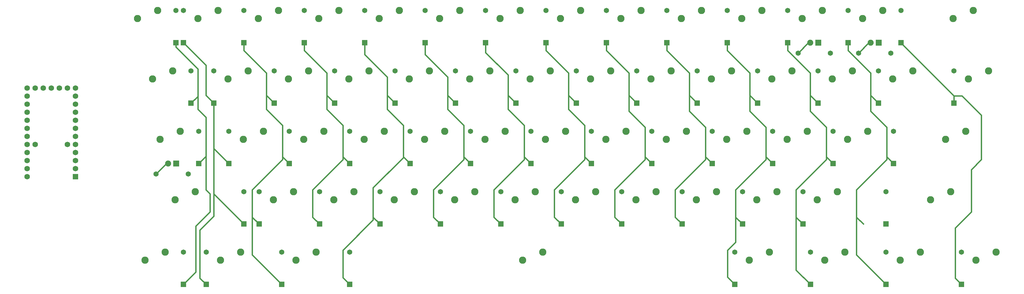
<source format=gbl>
G04 #@! TF.FileFunction,Copper,L2,Bot,Signal*
%FSLAX46Y46*%
G04 Gerber Fmt 4.6, Leading zero omitted, Abs format (unit mm)*
G04 Created by KiCad (PCBNEW 4.1.0-alpha+201607250105+6992~46~ubuntu16.04.1-product) date Thu Aug 25 14:36:27 2016*
%MOMM*%
%LPD*%
G01*
G04 APERTURE LIST*
%ADD10C,0.150000*%
%ADD11C,1.905000*%
%ADD12R,1.905000X1.905000*%
%ADD13C,1.651000*%
%ADD14C,2.286000*%
%ADD15R,1.752600X1.752600*%
%ADD16C,1.752600*%
%ADD17R,1.651000X1.651000*%
%ADD18C,0.457200*%
G04 APERTURE END LIST*
D10*
D11*
X259080000Y-55880000D03*
D12*
X261620000Y-55880000D03*
D11*
X56673750Y-93980000D03*
D12*
X59213750Y-93980000D03*
D11*
X278130000Y-55880000D03*
D12*
X280670000Y-55880000D03*
D13*
X255270000Y-59134375D03*
X265430000Y-59134375D03*
X52863750Y-97234375D03*
X63023750Y-97234375D03*
X274320000Y-59134375D03*
X284480000Y-59134375D03*
D14*
X55721250Y-121920000D03*
X49371250Y-124460000D03*
X79533750Y-121920000D03*
X73183750Y-124460000D03*
X103346250Y-121920000D03*
X96996250Y-124460000D03*
X246221250Y-121920000D03*
X239871250Y-124460000D03*
X270033750Y-121920000D03*
X263683750Y-124460000D03*
X293846250Y-121920000D03*
X287496250Y-124460000D03*
X317658750Y-121920000D03*
X311308750Y-124460000D03*
X65246250Y-102870000D03*
X58896250Y-105410000D03*
X96202500Y-102870000D03*
X89852500Y-105410000D03*
X115252500Y-102870000D03*
X108902500Y-105410000D03*
X134302500Y-102870000D03*
X127952500Y-105410000D03*
X153352500Y-102870000D03*
X147002500Y-105410000D03*
X172402500Y-102870000D03*
X166052500Y-105410000D03*
X191452500Y-102870000D03*
X185102500Y-105410000D03*
X210502500Y-102870000D03*
X204152500Y-105410000D03*
X229552500Y-102870000D03*
X223202500Y-105410000D03*
X248602500Y-102870000D03*
X242252500Y-105410000D03*
X267652500Y-102870000D03*
X261302500Y-105410000D03*
X303371250Y-102870000D03*
X297021250Y-105410000D03*
X60483750Y-83820000D03*
X54133750Y-86360000D03*
X86677500Y-83820000D03*
X80327500Y-86360000D03*
X105727500Y-83820000D03*
X99377500Y-86360000D03*
X124777500Y-83820000D03*
X118427500Y-86360000D03*
X143827500Y-83820000D03*
X137477500Y-86360000D03*
X162877500Y-83820000D03*
X156527500Y-86360000D03*
X181927500Y-83820000D03*
X175577500Y-86360000D03*
X200977500Y-83820000D03*
X194627500Y-86360000D03*
X220027500Y-83820000D03*
X213677500Y-86360000D03*
X239077500Y-83820000D03*
X232727500Y-86360000D03*
X258127500Y-83820000D03*
X251777500Y-86360000D03*
X277177500Y-83820000D03*
X270827500Y-86360000D03*
X308133750Y-83820000D03*
X301783750Y-86360000D03*
X58102500Y-64770000D03*
X51752500Y-67310000D03*
X81915000Y-64770000D03*
X75565000Y-67310000D03*
X100965000Y-64770000D03*
X94615000Y-67310000D03*
X120015000Y-64770000D03*
X113665000Y-67310000D03*
X139065000Y-64770000D03*
X132715000Y-67310000D03*
X158115000Y-64770000D03*
X151765000Y-67310000D03*
X177165000Y-64770000D03*
X170815000Y-67310000D03*
X196215000Y-64770000D03*
X189865000Y-67310000D03*
X215265000Y-64770000D03*
X208915000Y-67310000D03*
X234315000Y-64770000D03*
X227965000Y-67310000D03*
X253365000Y-64770000D03*
X247015000Y-67310000D03*
X272415000Y-64770000D03*
X266065000Y-67310000D03*
X291465000Y-64770000D03*
X285115000Y-67310000D03*
X315277500Y-64770000D03*
X308927500Y-67310000D03*
X53340000Y-45720000D03*
X46990000Y-48260000D03*
X72390000Y-45720000D03*
X66040000Y-48260000D03*
X91440000Y-45720000D03*
X85090000Y-48260000D03*
X110490000Y-45720000D03*
X104140000Y-48260000D03*
X129540000Y-45720000D03*
X123190000Y-48260000D03*
X148590000Y-45720000D03*
X142240000Y-48260000D03*
X167640000Y-45720000D03*
X161290000Y-48260000D03*
X186690000Y-45720000D03*
X180340000Y-48260000D03*
X205740000Y-45720000D03*
X199390000Y-48260000D03*
X224790000Y-45720000D03*
X218440000Y-48260000D03*
X243840000Y-45720000D03*
X237490000Y-48260000D03*
X262890000Y-45720000D03*
X256540000Y-48260000D03*
X281940000Y-45720000D03*
X275590000Y-48260000D03*
X310515000Y-45720000D03*
X304165000Y-48260000D03*
D15*
X27463750Y-98107500D03*
D16*
X27463750Y-95567500D03*
X27463750Y-93027500D03*
X27463750Y-90487500D03*
X27463750Y-87947500D03*
X27463750Y-85407500D03*
X27463750Y-82867500D03*
X27463750Y-80327500D03*
X27463750Y-77787500D03*
X27463750Y-75247500D03*
X27463750Y-72707500D03*
X27463750Y-70167500D03*
X24923750Y-70167500D03*
X22383750Y-70167500D03*
X19843750Y-70167500D03*
X17303750Y-70167500D03*
X14763750Y-70167500D03*
X12223750Y-70167500D03*
X12223750Y-72707500D03*
X12223750Y-75247500D03*
X12223750Y-77787500D03*
X12223750Y-80327500D03*
X12223750Y-82867500D03*
X12223750Y-85407500D03*
X12223750Y-87947500D03*
X12223750Y-90487500D03*
X12223750Y-93027500D03*
X12223750Y-95567500D03*
X12223750Y-98107500D03*
X14763750Y-87947500D03*
X24923750Y-87947500D03*
D13*
X287734375Y-45720000D03*
D17*
X287734375Y-55880000D03*
D13*
X271065625Y-45720000D03*
D17*
X271065625Y-55880000D03*
D13*
X252015625Y-45720000D03*
D17*
X252015625Y-55880000D03*
D13*
X232965625Y-45720000D03*
D17*
X232965625Y-55880000D03*
D13*
X213915625Y-45720000D03*
D17*
X213915625Y-55880000D03*
D13*
X194865625Y-45720000D03*
D17*
X194865625Y-55880000D03*
D13*
X175815625Y-45720000D03*
D17*
X175815625Y-55880000D03*
D13*
X156765625Y-45720000D03*
D17*
X156765625Y-55880000D03*
D13*
X137715625Y-45720000D03*
D17*
X137715625Y-55880000D03*
D13*
X118665625Y-45720000D03*
D17*
X118665625Y-55880000D03*
D13*
X99615625Y-45720000D03*
D17*
X99615625Y-55880000D03*
D13*
X80565625Y-45720000D03*
D17*
X80565625Y-55880000D03*
D13*
X61515625Y-45720000D03*
D17*
X61515625Y-55880000D03*
D13*
X59134375Y-45720000D03*
D17*
X59134375Y-55880000D03*
D13*
X304403125Y-64770000D03*
D17*
X304403125Y-74930000D03*
D13*
X280590625Y-64770000D03*
D17*
X280590625Y-74930000D03*
D13*
X261540625Y-64770000D03*
D17*
X261540625Y-74930000D03*
D13*
X242490625Y-64770000D03*
D17*
X242490625Y-74930000D03*
D13*
X223440625Y-64770000D03*
D17*
X223440625Y-74930000D03*
D13*
X204390625Y-64770000D03*
D17*
X204390625Y-74930000D03*
D13*
X185340625Y-64770000D03*
D17*
X185340625Y-74930000D03*
D13*
X166290625Y-64770000D03*
D17*
X166290625Y-74930000D03*
D13*
X147240625Y-64770000D03*
D17*
X147240625Y-74930000D03*
D13*
X128190625Y-64770000D03*
D17*
X128190625Y-74930000D03*
D13*
X109140625Y-64770000D03*
D17*
X109140625Y-74930000D03*
D13*
X90090625Y-64770000D03*
D17*
X90090625Y-74930000D03*
D13*
X71040625Y-64770000D03*
D17*
X71040625Y-74930000D03*
D13*
X63896875Y-64770000D03*
D17*
X63896875Y-74930000D03*
D13*
X285353125Y-83820000D03*
D17*
X285353125Y-93980000D03*
D13*
X266303125Y-83820000D03*
D17*
X266303125Y-93980000D03*
D13*
X247253125Y-83820000D03*
D17*
X247253125Y-93980000D03*
D13*
X228203125Y-83820000D03*
D17*
X228203125Y-93980000D03*
D13*
X209153125Y-83820000D03*
D17*
X209153125Y-93980000D03*
D13*
X190103125Y-83820000D03*
D17*
X190103125Y-93980000D03*
D13*
X171053125Y-83820000D03*
D17*
X171053125Y-93980000D03*
D13*
X152003125Y-83820000D03*
D17*
X152003125Y-93980000D03*
D13*
X132953125Y-83820000D03*
D17*
X132953125Y-93980000D03*
D13*
X113903125Y-83820000D03*
D17*
X113903125Y-93980000D03*
D13*
X94853125Y-83820000D03*
D17*
X94853125Y-93980000D03*
D13*
X75803125Y-83820000D03*
D17*
X75803125Y-93980000D03*
D13*
X66278125Y-83820000D03*
D17*
X66278125Y-93980000D03*
D13*
X282971875Y-102870000D03*
D17*
X282971875Y-113030000D03*
D13*
X256778125Y-102870000D03*
D17*
X256778125Y-113030000D03*
D13*
X237728125Y-102870000D03*
D17*
X237728125Y-113030000D03*
D13*
X218678125Y-102870000D03*
D17*
X218678125Y-113030000D03*
D13*
X199628125Y-102870000D03*
D17*
X199628125Y-113030000D03*
D13*
X180578125Y-102870000D03*
D17*
X180578125Y-113030000D03*
D13*
X161528125Y-102870000D03*
D17*
X161528125Y-113030000D03*
D13*
X142478125Y-102870000D03*
D17*
X142478125Y-113030000D03*
D13*
X123428125Y-102870000D03*
D17*
X123428125Y-113030000D03*
D13*
X104378125Y-102870000D03*
D17*
X104378125Y-113030000D03*
D13*
X85328125Y-102870000D03*
D17*
X85328125Y-113030000D03*
D13*
X80565625Y-102870000D03*
D17*
X80565625Y-113030000D03*
D13*
X306784375Y-121920000D03*
D17*
X306784375Y-132080000D03*
D13*
X282971875Y-121920000D03*
D17*
X282971875Y-132080000D03*
D13*
X259159375Y-121920000D03*
D17*
X259159375Y-132080000D03*
D13*
X235346875Y-121920000D03*
D17*
X235346875Y-132080000D03*
D13*
X113903125Y-121920000D03*
D17*
X113903125Y-132080000D03*
D13*
X92471875Y-121920000D03*
D17*
X92471875Y-132080000D03*
D13*
X68659375Y-121920000D03*
D17*
X68659375Y-132080000D03*
D13*
X61515625Y-121920000D03*
D17*
X61515625Y-132080000D03*
D14*
X174783750Y-121920000D03*
X168433750Y-124460000D03*
D18*
X66278125Y-93980000D02*
X68580000Y-91678125D01*
X61515625Y-132080000D02*
X65405000Y-128190625D01*
X66040000Y-76835000D02*
X66040000Y-72786875D01*
X68580000Y-79375000D02*
X66040000Y-76835000D01*
X68580000Y-102235000D02*
X68580000Y-91678125D01*
X68580000Y-91678125D02*
X68580000Y-79375000D01*
X69850000Y-103505000D02*
X68580000Y-102235000D01*
X69850000Y-109220000D02*
X69850000Y-103505000D01*
X65405000Y-113665000D02*
X69850000Y-109220000D01*
X65405000Y-128190625D02*
X65405000Y-113665000D01*
X63896875Y-74930000D02*
X66040000Y-72786875D01*
X59134375Y-57229375D02*
X59134375Y-55880000D01*
X66040000Y-64135000D02*
X59134375Y-57229375D01*
X66040000Y-72786875D02*
X66040000Y-64135000D01*
X80565625Y-113030000D02*
X71040625Y-103505000D01*
X75803125Y-93980000D02*
X71040625Y-89217500D01*
X71040625Y-74930000D02*
X68580000Y-72469375D01*
X68580000Y-62944375D02*
X61515625Y-55880000D01*
X68580000Y-72469375D02*
X68580000Y-62944375D01*
X68659375Y-132080000D02*
X66675000Y-130095625D01*
X71040625Y-110569375D02*
X71040625Y-103505000D01*
X71040625Y-103505000D02*
X71040625Y-89217500D01*
X71040625Y-89217500D02*
X71040625Y-74930000D01*
X66675000Y-114935000D02*
X71040625Y-110569375D01*
X66675000Y-130095625D02*
X66675000Y-114935000D01*
X235346875Y-132080000D02*
X233045000Y-129778125D01*
X235585000Y-118745000D02*
X235585000Y-110886875D01*
X233045000Y-121285000D02*
X235585000Y-118745000D01*
X233045000Y-129778125D02*
X233045000Y-121285000D01*
X247253125Y-93980000D02*
X245110000Y-91836875D01*
X242490625Y-74930000D02*
X240030000Y-72469375D01*
X237728125Y-113030000D02*
X235585000Y-110886875D01*
X232965625Y-58340625D02*
X232965625Y-55880000D01*
X240030000Y-65405000D02*
X232965625Y-58340625D01*
X240030000Y-77470000D02*
X240030000Y-72469375D01*
X240030000Y-72469375D02*
X240030000Y-65405000D01*
X245110000Y-82550000D02*
X240030000Y-77470000D01*
X245110000Y-92710000D02*
X245110000Y-91836875D01*
X245110000Y-91836875D02*
X245110000Y-82550000D01*
X235585000Y-102235000D02*
X245110000Y-92710000D01*
X235585000Y-110886875D02*
X235585000Y-102235000D01*
X259159375Y-132080000D02*
X254635000Y-127555625D01*
X254635000Y-127555625D02*
X254635000Y-110886875D01*
X266303125Y-93980000D02*
X264160000Y-91836875D01*
X261540625Y-74930000D02*
X259080000Y-72469375D01*
X256778125Y-113030000D02*
X254635000Y-110886875D01*
X252015625Y-58340625D02*
X252015625Y-55880000D01*
X259080000Y-65405000D02*
X252015625Y-58340625D01*
X259080000Y-77470000D02*
X259080000Y-72469375D01*
X259080000Y-72469375D02*
X259080000Y-65405000D01*
X264160000Y-82550000D02*
X259080000Y-77470000D01*
X264160000Y-92710000D02*
X264160000Y-91836875D01*
X264160000Y-91836875D02*
X264160000Y-82550000D01*
X254635000Y-102235000D02*
X264160000Y-92710000D01*
X254635000Y-110886875D02*
X254635000Y-102235000D01*
X282971875Y-132080000D02*
X273685000Y-122793125D01*
X273685000Y-122793125D02*
X273685000Y-110886875D01*
X280590625Y-74930000D02*
X278130000Y-72469375D01*
X271065625Y-58340625D02*
X271065625Y-55880000D01*
X278130000Y-65405000D02*
X271065625Y-58340625D01*
X278130000Y-77470000D02*
X278130000Y-72469375D01*
X278130000Y-72469375D02*
X278130000Y-65405000D01*
X283210000Y-82550000D02*
X278130000Y-77470000D01*
X283210000Y-91836875D02*
X283210000Y-82550000D01*
X273685000Y-110886875D02*
X273685000Y-102235000D01*
X283210000Y-92710000D02*
X283210000Y-91836875D01*
X273685000Y-102235000D02*
X283210000Y-92710000D01*
X275828125Y-113030000D02*
X273685000Y-110886875D01*
X306784375Y-132080000D02*
X304800000Y-130095625D01*
X306943125Y-72628125D02*
X304403125Y-72628125D01*
X313055000Y-78740000D02*
X306943125Y-72628125D01*
X313055000Y-92710000D02*
X313055000Y-78740000D01*
X309880000Y-95885000D02*
X313055000Y-92710000D01*
X309880000Y-109220000D02*
X309880000Y-95885000D01*
X304800000Y-114300000D02*
X309880000Y-109220000D01*
X304800000Y-130095625D02*
X304800000Y-114300000D01*
X304403125Y-74930000D02*
X304403125Y-72628125D01*
X304403125Y-72628125D02*
X287734375Y-55959375D01*
X287734375Y-55959375D02*
X287734375Y-55880000D01*
X85328125Y-113030000D02*
X83185000Y-110886875D01*
X94853125Y-93980000D02*
X92710000Y-91836875D01*
X90090625Y-74930000D02*
X87630000Y-72469375D01*
X92471875Y-132080000D02*
X83185000Y-122793125D01*
X80565625Y-58340625D02*
X80565625Y-55880000D01*
X87630000Y-65405000D02*
X80565625Y-58340625D01*
X87630000Y-76835000D02*
X87630000Y-72469375D01*
X87630000Y-72469375D02*
X87630000Y-65405000D01*
X92710000Y-81915000D02*
X87630000Y-76835000D01*
X92710000Y-92710000D02*
X92710000Y-91836875D01*
X92710000Y-91836875D02*
X92710000Y-81915000D01*
X83185000Y-102235000D02*
X92710000Y-92710000D01*
X83185000Y-122793125D02*
X83185000Y-110886875D01*
X83185000Y-110886875D02*
X83185000Y-102235000D01*
X113903125Y-93980000D02*
X111760000Y-91836875D01*
X109140625Y-74930000D02*
X106680000Y-72469375D01*
X104378125Y-113030000D02*
X102235000Y-110886875D01*
X99615625Y-58340625D02*
X99615625Y-55880000D01*
X106680000Y-65405000D02*
X99615625Y-58340625D01*
X106680000Y-76835000D02*
X106680000Y-72469375D01*
X106680000Y-72469375D02*
X106680000Y-65405000D01*
X111760000Y-81915000D02*
X106680000Y-76835000D01*
X111760000Y-92710000D02*
X111760000Y-91836875D01*
X111760000Y-91836875D02*
X111760000Y-81915000D01*
X102235000Y-102235000D02*
X111760000Y-92710000D01*
X102235000Y-110886875D02*
X102235000Y-102235000D01*
X123428125Y-113030000D02*
X121285000Y-110886875D01*
X132953125Y-93980000D02*
X130810000Y-91836875D01*
X128190625Y-74930000D02*
X125730000Y-72469375D01*
X113903125Y-132080000D02*
X111760000Y-129936875D01*
X118665625Y-59610625D02*
X118665625Y-55880000D01*
X125730000Y-66675000D02*
X118665625Y-59610625D01*
X125730000Y-76835000D02*
X125730000Y-72469375D01*
X125730000Y-72469375D02*
X125730000Y-66675000D01*
X130810000Y-81915000D02*
X125730000Y-76835000D01*
X130810000Y-92075000D02*
X130810000Y-91836875D01*
X130810000Y-91836875D02*
X130810000Y-81915000D01*
X121285000Y-101600000D02*
X130810000Y-92075000D01*
X121285000Y-111760000D02*
X121285000Y-110886875D01*
X121285000Y-110886875D02*
X121285000Y-101600000D01*
X111760000Y-121285000D02*
X121285000Y-111760000D01*
X111760000Y-129936875D02*
X111760000Y-121285000D01*
X152003125Y-93980000D02*
X149860000Y-91836875D01*
X147240625Y-74930000D02*
X144780000Y-72469375D01*
X142478125Y-113030000D02*
X140335000Y-110886875D01*
X137715625Y-59610625D02*
X137715625Y-55880000D01*
X144780000Y-66675000D02*
X137715625Y-59610625D01*
X144780000Y-76835000D02*
X144780000Y-72469375D01*
X144780000Y-72469375D02*
X144780000Y-66675000D01*
X149860000Y-81915000D02*
X144780000Y-76835000D01*
X149860000Y-92710000D02*
X149860000Y-91836875D01*
X149860000Y-91836875D02*
X149860000Y-81915000D01*
X140335000Y-102235000D02*
X149860000Y-92710000D01*
X140335000Y-110886875D02*
X140335000Y-102235000D01*
X171053125Y-93980000D02*
X168910000Y-91836875D01*
X166290625Y-74930000D02*
X163830000Y-72469375D01*
X161528125Y-113030000D02*
X159385000Y-110886875D01*
X156765625Y-58975625D02*
X156765625Y-55880000D01*
X163830000Y-66040000D02*
X156765625Y-58975625D01*
X163830000Y-76835000D02*
X163830000Y-72469375D01*
X163830000Y-72469375D02*
X163830000Y-66040000D01*
X168910000Y-81915000D02*
X163830000Y-76835000D01*
X168910000Y-92710000D02*
X168910000Y-91836875D01*
X168910000Y-91836875D02*
X168910000Y-81915000D01*
X159385000Y-102235000D02*
X168910000Y-92710000D01*
X159385000Y-110886875D02*
X159385000Y-102235000D01*
X190103125Y-93980000D02*
X187960000Y-91836875D01*
X185340625Y-74930000D02*
X182880000Y-72469375D01*
X180578125Y-113030000D02*
X178435000Y-110886875D01*
X175815625Y-58340625D02*
X175815625Y-55880000D01*
X182880000Y-65405000D02*
X175815625Y-58340625D01*
X182880000Y-76835000D02*
X182880000Y-72469375D01*
X182880000Y-72469375D02*
X182880000Y-65405000D01*
X187960000Y-81915000D02*
X182880000Y-76835000D01*
X187960000Y-92710000D02*
X187960000Y-91836875D01*
X187960000Y-91836875D02*
X187960000Y-81915000D01*
X178435000Y-102235000D02*
X187960000Y-92710000D01*
X178435000Y-110886875D02*
X178435000Y-102235000D01*
X209153125Y-93980000D02*
X207010000Y-91836875D01*
X204390625Y-74930000D02*
X201930000Y-72469375D01*
X199628125Y-113030000D02*
X197485000Y-110886875D01*
X194865625Y-58340625D02*
X194865625Y-55880000D01*
X201930000Y-65405000D02*
X194865625Y-58340625D01*
X201930000Y-77470000D02*
X201930000Y-72469375D01*
X201930000Y-72469375D02*
X201930000Y-65405000D01*
X207010000Y-82550000D02*
X201930000Y-77470000D01*
X207010000Y-92710000D02*
X207010000Y-91836875D01*
X207010000Y-91836875D02*
X207010000Y-82550000D01*
X197485000Y-102235000D02*
X207010000Y-92710000D01*
X197485000Y-110886875D02*
X197485000Y-102235000D01*
X228203125Y-93980000D02*
X226060000Y-91836875D01*
X223440625Y-74930000D02*
X220980000Y-72469375D01*
X218678125Y-113030000D02*
X216535000Y-110886875D01*
X213915625Y-58340625D02*
X213915625Y-55880000D01*
X220980000Y-65405000D02*
X213915625Y-58340625D01*
X220980000Y-77470000D02*
X220980000Y-72469375D01*
X220980000Y-72469375D02*
X220980000Y-65405000D01*
X226060000Y-82550000D02*
X220980000Y-77470000D01*
X226060000Y-92710000D02*
X226060000Y-91836875D01*
X226060000Y-91836875D02*
X226060000Y-82550000D01*
X216535000Y-102235000D02*
X226060000Y-92710000D01*
X216535000Y-110886875D02*
X216535000Y-102235000D01*
X255270000Y-59134375D02*
X258524375Y-55880000D01*
X258524375Y-55880000D02*
X259080000Y-55880000D01*
X52863750Y-97234375D02*
X56118125Y-93980000D01*
X56118125Y-93980000D02*
X56673750Y-93980000D01*
X274320000Y-59134375D02*
X277574375Y-55880000D01*
X277574375Y-55880000D02*
X278130000Y-55880000D01*
X285353125Y-93980000D02*
X283210000Y-91836875D01*
M02*

</source>
